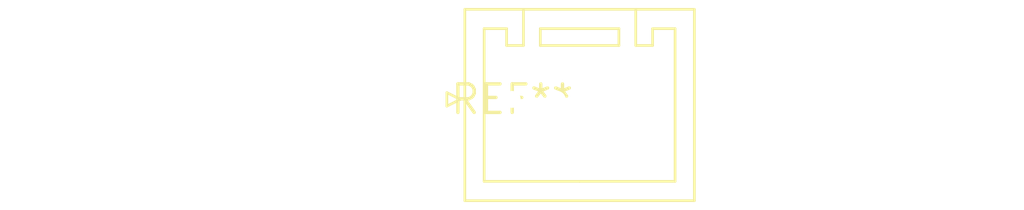
<source format=kicad_pcb>
(kicad_pcb (version 20240108) (generator pcbnew)
  (layers (0 "F.Cu" signal) (31 "B.Cu" signal) (34 "B.Paste" user) (35 "F.Paste" user) (36 "B.SilkS" user "B.Silkscreen") (37 "F.SilkS" user "F.Silkscreen") (38 "B.Mask" user) (39 "F.Mask" user) (44 "Edge.Cuts" user))
  (net 0 "")
  (footprint "JST_PUD_B08B-PUDSS_2x04_P2.00mm_Vertical" (layer "F.Cu") (at 0 0)
    (property "Reference" "REF**")
    (property "Value" "JST_PUD_B08B-PUDSS_2x04_P2.00mm_Vertical")
    (fp_line (start -2.91 -0.3) (end -2.31 0) (layer "F.SilkS") (stroke (width 0.12)))
    (fp_line (start -2.91 0.3) (end -2.91 -0.3) (layer "F.SilkS") (stroke (width 0.12)))
    (fp_line (start -2.31 0) (end -2.91 0.3) (layer "F.SilkS") (stroke (width 0.12)))
    (fp_line (start -2.11 -4.01) (end -2.11 4.51) (layer "F.SilkS") (stroke (width 0.12)))
    (fp_line (start -2.11 4.51) (end 8.11 4.51) (layer "F.SilkS") (stroke (width 0.12)))
    (fp_line (start -1.25 -3.15) (end -1.25 3.65) (layer "F.SilkS") (stroke (width 0.12)))
    (fp_line (start -1.25 3.65) (end 3 3.65) (layer "F.SilkS") (stroke (width 0.12)))
    (fp_line (start -0.25 -3.15) (end -1.25 -3.15) (layer "F.SilkS") (stroke (width 0.12)))
    (fp_line (start -0.25 -2.4) (end -0.25 -3.15) (layer "F.SilkS") (stroke (width 0.12)))
    (fp_line (start 0.5 -4.01) (end 0.5 -2.4) (layer "F.SilkS") (stroke (width 0.12)))
    (fp_line (start 0.5 -2.4) (end -0.25 -2.4) (layer "F.SilkS") (stroke (width 0.12)))
    (fp_line (start 1.25 -3.15) (end 1.25 -2.4) (layer "F.SilkS") (stroke (width 0.12)))
    (fp_line (start 1.25 -2.4) (end 4.75 -2.4) (layer "F.SilkS") (stroke (width 0.12)))
    (fp_line (start 4.75 -3.15) (end 1.25 -3.15) (layer "F.SilkS") (stroke (width 0.12)))
    (fp_line (start 4.75 -2.4) (end 4.75 -3.15) (layer "F.SilkS") (stroke (width 0.12)))
    (fp_line (start 5.5 -4.01) (end 5.5 -2.4) (layer "F.SilkS") (stroke (width 0.12)))
    (fp_line (start 5.5 -2.4) (end 6.25 -2.4) (layer "F.SilkS") (stroke (width 0.12)))
    (fp_line (start 6.25 -3.15) (end 7.25 -3.15) (layer "F.SilkS") (stroke (width 0.12)))
    (fp_line (start 6.25 -2.4) (end 6.25 -3.15) (layer "F.SilkS") (stroke (width 0.12)))
    (fp_line (start 7.25 -3.15) (end 7.25 3.65) (layer "F.SilkS") (stroke (width 0.12)))
    (fp_line (start 7.25 3.65) (end 3 3.65) (layer "F.SilkS") (stroke (width 0.12)))
    (fp_line (start 8.11 -4.01) (end -2.11 -4.01) (layer "F.SilkS") (stroke (width 0.12)))
    (fp_line (start 8.11 4.51) (end 8.11 -4.01) (layer "F.SilkS") (stroke (width 0.12)))
    (pad "1" thru_hole roundrect (at 0 0) (size 1.2 1.2) (drill 0.75) (layers *.Cu *.Mask) (remove_unused_layers) (roundrect_rratio 0.208333))
    (pad "2" thru_hole circle (at 0 2) (size 1.2 1.2) (drill 0.75) (layers *.Cu *.Mask) (remove_unused_layers))
    (pad "3" thru_hole circle (at 2 0) (size 1.2 1.2) (drill 0.75) (layers *.Cu *.Mask) (remove_unused_layers))
    (pad "4" thru_hole circle (at 2 2) (size 1.2 1.2) (drill 0.75) (layers *.Cu *.Mask) (remove_unused_layers))
    (pad "5" thru_hole circle (at 4 0) (size 1.2 1.2) (drill 0.75) (layers *.Cu *.Mask) (remove_unused_layers))
    (pad "6" thru_hole circle (at 4 2) (size 1.2 1.2) (drill 0.75) (layers *.Cu *.Mask) (remove_unused_layers))
    (pad "7" thru_hole circle (at 6 0) (size 1.2 1.2) (drill 0.75) (layers *.Cu *.Mask) (remove_unused_layers))
    (pad "8" thru_hole circle (at 6 2) (size 1.2 1.2) (drill 0.75) (layers *.Cu *.Mask) (remove_unused_layers))
  )
)
</source>
